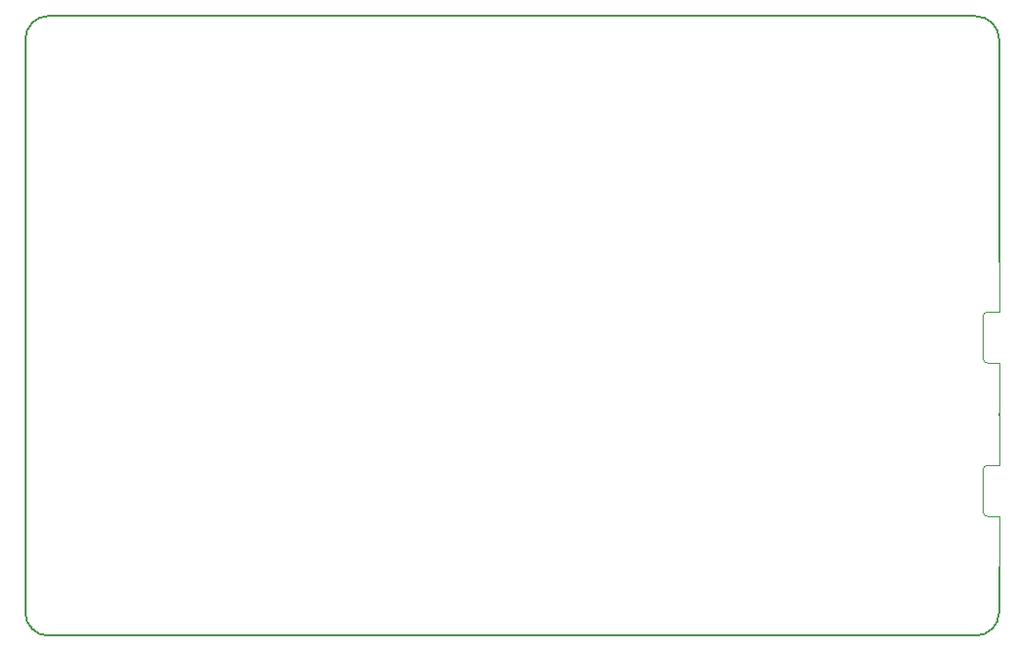
<source format=gbr>
%TF.GenerationSoftware,KiCad,Pcbnew,9.0.4*%
%TF.CreationDate,2026-02-14T19:28:01-07:00*%
%TF.ProjectId,Uno_Shield_DSP_Class_v1,556e6f5f-5368-4696-956c-645f4453505f,rev?*%
%TF.SameCoordinates,Original*%
%TF.FileFunction,Profile,NP*%
%FSLAX46Y46*%
G04 Gerber Fmt 4.6, Leading zero omitted, Abs format (unit mm)*
G04 Created by KiCad (PCBNEW 9.0.4) date 2026-02-14 19:28:01*
%MOMM*%
%LPD*%
G01*
G04 APERTURE LIST*
%TA.AperFunction,Profile*%
%ADD10C,0.150000*%
%TD*%
%TA.AperFunction,Profile*%
%ADD11C,0.120000*%
%TD*%
G04 APERTURE END LIST*
D10*
X100762000Y-46660000D02*
X86762000Y-46660000D01*
X84762000Y-48660000D02*
G75*
G02*
X86762000Y-46660000I2000000J0D01*
G01*
X163500000Y-46660000D02*
X166580000Y-46670000D01*
X168580000Y-96190000D02*
X168590000Y-94040000D01*
X166580000Y-46670000D02*
G75*
G02*
X168580000Y-48670000I0J-2000000D01*
G01*
X165278000Y-100000000D02*
X100762000Y-100000000D01*
X86762000Y-100000000D02*
G75*
G02*
X84762000Y-98000000I0J2000000D01*
G01*
X165278000Y-100000000D02*
X166580000Y-100000000D01*
X100762000Y-46660000D02*
X163500000Y-46660000D01*
X168580000Y-96190000D02*
X168580000Y-98000000D01*
X168580000Y-61900000D02*
X168580000Y-48670000D01*
X168580000Y-98000000D02*
G75*
G02*
X166580000Y-100000000I-2000000J0D01*
G01*
X168590000Y-67830000D02*
X168580000Y-61900000D01*
X100762000Y-100000000D02*
X86762000Y-100000000D01*
X168590000Y-80830000D02*
X168590000Y-81040000D01*
X84762000Y-98000000D02*
X84762000Y-48660000D01*
D11*
%TO.C,J11*%
X167190000Y-72530000D02*
X167190000Y-76130000D01*
X167590000Y-72130000D02*
X168590000Y-72130000D01*
X167590000Y-76530000D02*
X168590000Y-76530000D01*
X168590000Y-72130000D02*
X168590000Y-67830000D01*
X168590000Y-76530000D02*
X168590000Y-80830000D01*
X167190000Y-72530000D02*
G75*
G02*
X167590000Y-72130000I400000J0D01*
G01*
X167590000Y-76530000D02*
G75*
G02*
X167190000Y-76130000I2J400002D01*
G01*
%TO.C,J10*%
X167190000Y-85740000D02*
X167190000Y-89340000D01*
X167590000Y-85340000D02*
X168590000Y-85340000D01*
X167590000Y-89740000D02*
X168590000Y-89740000D01*
X168590000Y-85340000D02*
X168590000Y-81040000D01*
X168590000Y-89740000D02*
X168590000Y-94040000D01*
X167190000Y-85740000D02*
G75*
G02*
X167590000Y-85340000I400000J0D01*
G01*
X167590000Y-89740000D02*
G75*
G02*
X167190000Y-89340000I2J400002D01*
G01*
%TD*%
M02*

</source>
